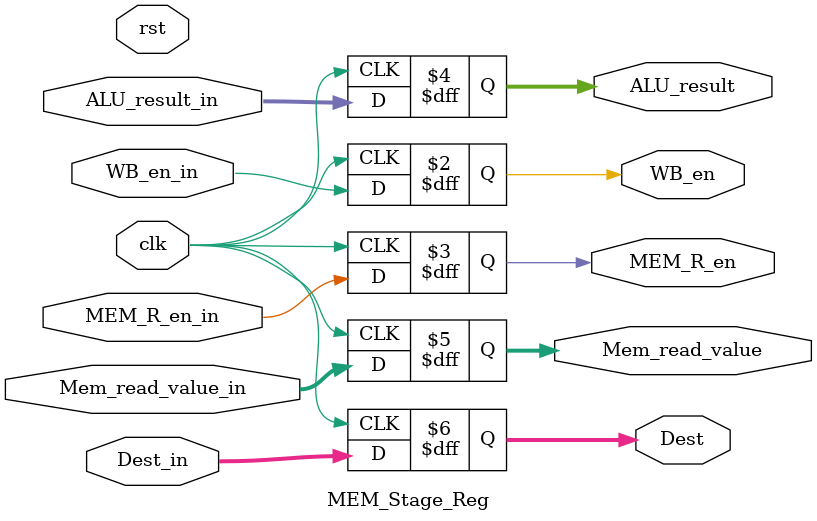
<source format=v>
module MEM_Stage_Reg(input clk,rst,WB_en_in,MEM_R_en_in,
                      input [31:0] ALU_result_in, Mem_read_value_in,
                      input [3:0] Dest_in,
                      output reg WB_en,MEM_R_en,
                      output reg [31:0] ALU_result,Mem_read_value,
                      output reg [3:0] Dest);
  always@(posedge clk)begin
    WB_en<=WB_en_in;
    MEM_R_en<=MEM_R_en_in;
    Dest<=Dest_in;
    ALU_result<=ALU_result_in;
    Mem_read_value<=Mem_read_value_in;
  end
endmodule
</source>
